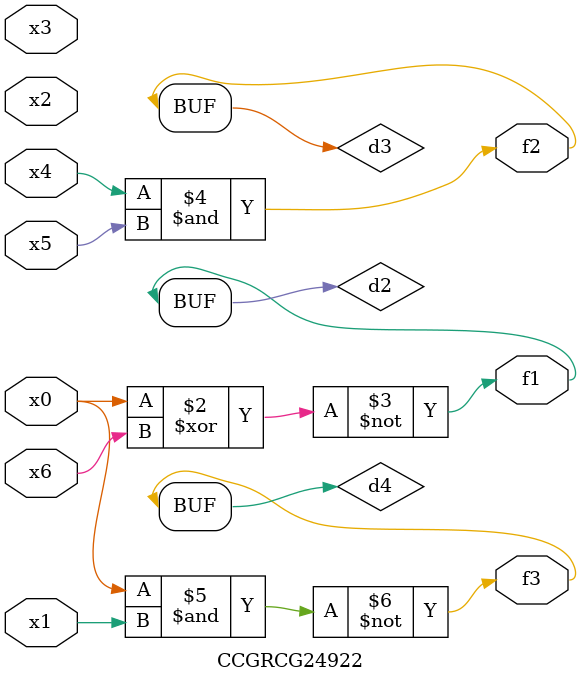
<source format=v>
module CCGRCG24922(
	input x0, x1, x2, x3, x4, x5, x6,
	output f1, f2, f3
);

	wire d1, d2, d3, d4;

	nor (d1, x0);
	xnor (d2, x0, x6);
	and (d3, x4, x5);
	nand (d4, x0, x1);
	assign f1 = d2;
	assign f2 = d3;
	assign f3 = d4;
endmodule

</source>
